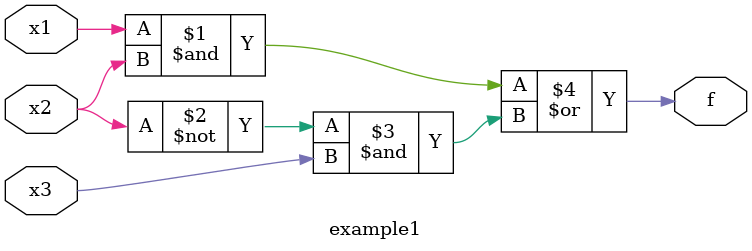
<source format=v>
module example1(x1, x2, x3, f);
	input x1, x2, x3;
	output f;
	
	assign f = (x1 & x2) | (~x2 & x3);
	
endmodule

</source>
